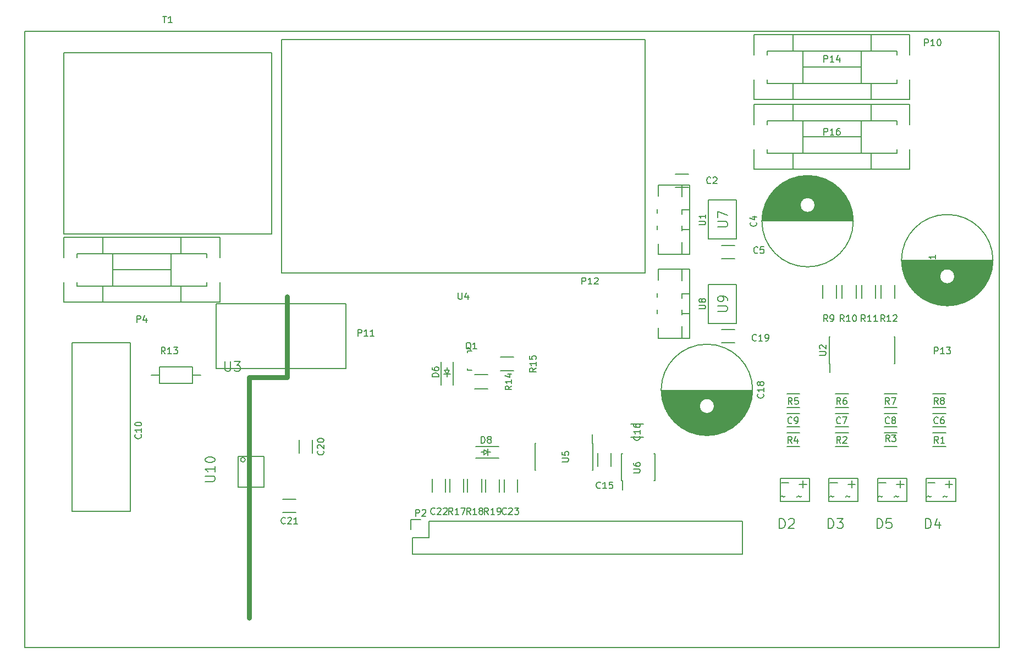
<source format=gbr>
G04 #@! TF.FileFunction,Legend,Top*
%FSLAX46Y46*%
G04 Gerber Fmt 4.6, Leading zero omitted, Abs format (unit mm)*
G04 Created by KiCad (PCBNEW 4.0.2-4+6225~38~ubuntu15.10.1-stable) date 2016. ápr.  9., szombat, 23.34.49 CEST*
%MOMM*%
G01*
G04 APERTURE LIST*
%ADD10C,0.100000*%
%ADD11C,0.150000*%
%ADD12C,0.762000*%
G04 APERTURE END LIST*
D10*
D11*
X180000000Y-30000000D02*
X180000000Y-30500000D01*
X30000000Y-30000000D02*
X180000000Y-30000000D01*
X30000000Y-125000000D02*
X30000000Y-30000000D01*
X180000000Y-125000000D02*
X30000000Y-125000000D01*
X180000000Y-30500000D02*
X180000000Y-125000000D01*
D12*
X70340000Y-83320000D02*
X70340000Y-70874000D01*
X68816000Y-83320000D02*
X70340000Y-83320000D01*
X64498000Y-83320000D02*
X68816000Y-83320000D01*
X64498000Y-120404000D02*
X64498000Y-83320000D01*
D11*
X46250000Y-78000000D02*
X46250000Y-104000000D01*
X46250000Y-104000000D02*
X37250000Y-104000000D01*
X37250000Y-104000000D02*
X37250000Y-78000000D01*
X37250000Y-78000000D02*
X46250000Y-78000000D01*
X50710000Y-81730000D02*
X55790000Y-81730000D01*
X55790000Y-81730000D02*
X55790000Y-84270000D01*
X55790000Y-84270000D02*
X50710000Y-84270000D01*
X50710000Y-84270000D02*
X50710000Y-81730000D01*
X50710000Y-83000000D02*
X49440000Y-83000000D01*
X55790000Y-83000000D02*
X57060000Y-83000000D01*
X140468000Y-110564000D02*
X89668000Y-110564000D01*
X92208000Y-105484000D02*
X140468000Y-105484000D01*
X140468000Y-110564000D02*
X140468000Y-105484000D01*
X89668000Y-110564000D02*
X89668000Y-108024000D01*
X90938000Y-105204000D02*
X89388000Y-105204000D01*
X89668000Y-108024000D02*
X92208000Y-108024000D01*
X92208000Y-108024000D02*
X92208000Y-105484000D01*
X89388000Y-105204000D02*
X89388000Y-106754000D01*
X164288000Y-88007000D02*
X162288000Y-88007000D01*
X162288000Y-85857000D02*
X164288000Y-85857000D01*
X171788000Y-88007000D02*
X169788000Y-88007000D01*
X169788000Y-85857000D02*
X171788000Y-85857000D01*
X149288000Y-88007000D02*
X147288000Y-88007000D01*
X147288000Y-85857000D02*
X149288000Y-85857000D01*
X156788000Y-88007000D02*
X154788000Y-88007000D01*
X154788000Y-85857000D02*
X156788000Y-85857000D01*
X132178000Y-51975000D02*
X130178000Y-51975000D01*
X130178000Y-54025000D02*
X132178000Y-54025000D01*
X139250000Y-62975000D02*
X137250000Y-62975000D01*
X137250000Y-65025000D02*
X139250000Y-65025000D01*
X169788000Y-90957000D02*
X171788000Y-90957000D01*
X171788000Y-88907000D02*
X169788000Y-88907000D01*
X154788000Y-90957000D02*
X156788000Y-90957000D01*
X156788000Y-88907000D02*
X154788000Y-88907000D01*
X162288000Y-90957000D02*
X164288000Y-90957000D01*
X164288000Y-88907000D02*
X162288000Y-88907000D01*
X147288000Y-90957000D02*
X149288000Y-90957000D01*
X149288000Y-88907000D02*
X147288000Y-88907000D01*
X120275000Y-97000000D02*
X120275000Y-95000000D01*
X118225000Y-95000000D02*
X118225000Y-97000000D01*
X123250000Y-92585000D02*
X125250000Y-92585000D01*
X125250000Y-90535000D02*
X123250000Y-90535000D01*
X139250000Y-75975000D02*
X137250000Y-75975000D01*
X137250000Y-78025000D02*
X139250000Y-78025000D01*
X74296000Y-95006000D02*
X74296000Y-93006000D01*
X72246000Y-93006000D02*
X72246000Y-95006000D01*
X69728000Y-104185000D02*
X71728000Y-104185000D01*
X71728000Y-102135000D02*
X69728000Y-102135000D01*
X92725000Y-99000000D02*
X92725000Y-101000000D01*
X94775000Y-101000000D02*
X94775000Y-99000000D01*
X105825000Y-101050000D02*
X105825000Y-99050000D01*
X103775000Y-99050000D02*
X103775000Y-101050000D01*
X150783000Y-98932000D02*
X146283000Y-98932000D01*
X150783000Y-102432000D02*
X150783000Y-98932000D01*
X146283000Y-102432000D02*
X150783000Y-102432000D01*
X146283000Y-98932000D02*
X146283000Y-102432000D01*
X158283000Y-98932000D02*
X153783000Y-98932000D01*
X158283000Y-102432000D02*
X158283000Y-98932000D01*
X153783000Y-102432000D02*
X158283000Y-102432000D01*
X153783000Y-98932000D02*
X153783000Y-102432000D01*
X173283000Y-98932000D02*
X168783000Y-98932000D01*
X173283000Y-102432000D02*
X173283000Y-98932000D01*
X168783000Y-102432000D02*
X173283000Y-102432000D01*
X168783000Y-98932000D02*
X168783000Y-102432000D01*
X165783000Y-98932000D02*
X161283000Y-98932000D01*
X165783000Y-102432000D02*
X165783000Y-98932000D01*
X161283000Y-102432000D02*
X165783000Y-102432000D01*
X161283000Y-98932000D02*
X161283000Y-102432000D01*
X98097980Y-79450840D02*
X98097980Y-79499100D01*
X98799020Y-82249820D02*
X98097980Y-82249820D01*
X98097980Y-82249820D02*
X98097980Y-82000900D01*
X98097980Y-79450840D02*
X98097980Y-79250180D01*
X98097980Y-79250180D02*
X98799020Y-79250180D01*
X171788000Y-94007000D02*
X169788000Y-94007000D01*
X169788000Y-91857000D02*
X171788000Y-91857000D01*
X156788000Y-94007000D02*
X154788000Y-94007000D01*
X154788000Y-91857000D02*
X156788000Y-91857000D01*
X164288000Y-94007000D02*
X162288000Y-94007000D01*
X162288000Y-91857000D02*
X164288000Y-91857000D01*
X149288000Y-94007000D02*
X147288000Y-94007000D01*
X147288000Y-91857000D02*
X149288000Y-91857000D01*
X152813000Y-71132000D02*
X152813000Y-69132000D01*
X154963000Y-69132000D02*
X154963000Y-71132000D01*
X155813000Y-71132000D02*
X155813000Y-69132000D01*
X157963000Y-69132000D02*
X157963000Y-71132000D01*
X158813000Y-71132000D02*
X158813000Y-69132000D01*
X160963000Y-69132000D02*
X160963000Y-71132000D01*
X161813000Y-71132000D02*
X161813000Y-69132000D01*
X163963000Y-69132000D02*
X163963000Y-71132000D01*
X99250000Y-82925000D02*
X101250000Y-82925000D01*
X101250000Y-85075000D02*
X99250000Y-85075000D01*
X103250000Y-80175000D02*
X105250000Y-80175000D01*
X105250000Y-82325000D02*
X103250000Y-82325000D01*
X97575000Y-99000000D02*
X97575000Y-101000000D01*
X95425000Y-101000000D02*
X95425000Y-99000000D01*
X98175000Y-101000000D02*
X98175000Y-99000000D01*
X100325000Y-99000000D02*
X100325000Y-101000000D01*
X103075000Y-99050000D02*
X103075000Y-101050000D01*
X100925000Y-101050000D02*
X100925000Y-99050000D01*
X131165000Y-64374000D02*
X131165000Y-62469000D01*
X131165000Y-59929000D02*
X131165000Y-60691000D01*
X131165000Y-57516000D02*
X131165000Y-57389000D01*
X131165000Y-57516000D02*
X131165000Y-58151000D01*
X131165000Y-53706000D02*
X131165000Y-55484000D01*
X127482000Y-53706000D02*
X127482000Y-55357000D01*
X127355000Y-58024000D02*
X127355000Y-57389000D01*
X127355000Y-60564000D02*
X127355000Y-59929000D01*
X127482000Y-64374000D02*
X127482000Y-62723000D01*
X132308000Y-57516000D02*
X131165000Y-57516000D01*
X132308000Y-60564000D02*
X131165000Y-60564000D01*
X131165000Y-64374000D02*
X127482000Y-64374000D01*
X127482000Y-53706000D02*
X131165000Y-53706000D01*
X132308000Y-64374000D02*
X131165000Y-64374000D01*
X131165000Y-53706000D02*
X132308000Y-53706000D01*
X132308000Y-59040000D02*
X132308000Y-53706000D01*
X132308000Y-59040000D02*
X132308000Y-64374000D01*
X153813000Y-81207000D02*
X153918000Y-81207000D01*
X153813000Y-77057000D02*
X153918000Y-77057000D01*
X163963000Y-77057000D02*
X163858000Y-77057000D01*
X163963000Y-81207000D02*
X163858000Y-81207000D01*
X153813000Y-81207000D02*
X153813000Y-77057000D01*
X163963000Y-81207000D02*
X163963000Y-77057000D01*
X153918000Y-81207000D02*
X153918000Y-82582000D01*
X59458000Y-71970000D02*
X59458000Y-72470000D01*
X79458000Y-71970000D02*
X59458000Y-71970000D01*
X79458000Y-81970000D02*
X79458000Y-71970000D01*
X59458000Y-81970000D02*
X79458000Y-81970000D01*
X59458000Y-72470000D02*
X59458000Y-81970000D01*
X117448000Y-93485000D02*
X117333000Y-93485000D01*
X117448000Y-97635000D02*
X117333000Y-97635000D01*
X108548000Y-97635000D02*
X108663000Y-97635000D01*
X108548000Y-93485000D02*
X108663000Y-93485000D01*
X117448000Y-93485000D02*
X117448000Y-97635000D01*
X108548000Y-93485000D02*
X108548000Y-97635000D01*
X117333000Y-93485000D02*
X117333000Y-92110000D01*
X121853000Y-99235000D02*
X121998000Y-99235000D01*
X121853000Y-95085000D02*
X121998000Y-95085000D01*
X127003000Y-95085000D02*
X126858000Y-95085000D01*
X127003000Y-99235000D02*
X126858000Y-99235000D01*
X121853000Y-99235000D02*
X121853000Y-95085000D01*
X127003000Y-99235000D02*
X127003000Y-95085000D01*
X121998000Y-99235000D02*
X121998000Y-100635000D01*
X135250000Y-62000000D02*
X135250000Y-56000000D01*
X139500000Y-62000000D02*
X135250000Y-62000000D01*
X139500000Y-56000000D02*
X139500000Y-62000000D01*
X135250000Y-56000000D02*
X139500000Y-56000000D01*
X131165000Y-77328000D02*
X131165000Y-75423000D01*
X131165000Y-72883000D02*
X131165000Y-73645000D01*
X131165000Y-70470000D02*
X131165000Y-70343000D01*
X131165000Y-70470000D02*
X131165000Y-71105000D01*
X131165000Y-66660000D02*
X131165000Y-68438000D01*
X127482000Y-66660000D02*
X127482000Y-68311000D01*
X127355000Y-70978000D02*
X127355000Y-70343000D01*
X127355000Y-73518000D02*
X127355000Y-72883000D01*
X127482000Y-77328000D02*
X127482000Y-75677000D01*
X132308000Y-70470000D02*
X131165000Y-70470000D01*
X132308000Y-73518000D02*
X131165000Y-73518000D01*
X131165000Y-77328000D02*
X127482000Y-77328000D01*
X127482000Y-66660000D02*
X131165000Y-66660000D01*
X132308000Y-77328000D02*
X131165000Y-77328000D01*
X131165000Y-66660000D02*
X132308000Y-66660000D01*
X132308000Y-71994000D02*
X132308000Y-66660000D01*
X132308000Y-71994000D02*
X132308000Y-77328000D01*
X135250000Y-75000000D02*
X135250000Y-69000000D01*
X139500000Y-75000000D02*
X135250000Y-75000000D01*
X139500000Y-69000000D02*
X139500000Y-75000000D01*
X135250000Y-69000000D02*
X139500000Y-69000000D01*
X63911553Y-96020000D02*
G75*
G03X63911553Y-96020000I-353553J0D01*
G01*
X62808000Y-100270000D02*
X66808000Y-100270000D01*
X62808000Y-95520000D02*
X62808000Y-100270000D01*
X66808000Y-95520000D02*
X62808000Y-95520000D01*
X66808000Y-100270000D02*
X66808000Y-95520000D01*
X95000000Y-82182500D02*
X95000000Y-81801500D01*
X95000000Y-83198500D02*
X95000000Y-82817500D01*
X95000000Y-82817500D02*
X94619000Y-82182500D01*
X94619000Y-82182500D02*
X95381000Y-82182500D01*
X95381000Y-82182500D02*
X95000000Y-82817500D01*
X94492000Y-82817500D02*
X95508000Y-82817500D01*
X95900000Y-84500000D02*
X95900000Y-80960000D01*
X94100000Y-84500000D02*
X94100000Y-80960000D01*
X100647500Y-94850000D02*
X100266500Y-94850000D01*
X101663500Y-94850000D02*
X101282500Y-94850000D01*
X101282500Y-94850000D02*
X100647500Y-95231000D01*
X100647500Y-95231000D02*
X100647500Y-94469000D01*
X100647500Y-94469000D02*
X101282500Y-94850000D01*
X101282500Y-95358000D02*
X101282500Y-94342000D01*
X102965000Y-93950000D02*
X99425000Y-93950000D01*
X102965000Y-95750000D02*
X99425000Y-95750000D01*
X36000000Y-61250000D02*
X68000000Y-61250000D01*
X36000000Y-33250000D02*
X36000000Y-61250000D01*
X68000000Y-33250000D02*
X36000000Y-33250000D01*
X68000000Y-61250000D02*
X68000000Y-33250000D01*
X125500000Y-31250000D02*
X69500000Y-31250000D01*
X125500000Y-67250000D02*
X125500000Y-31250000D01*
X69500000Y-67250000D02*
X125500000Y-67250000D01*
X69500000Y-31250000D02*
X69500000Y-67250000D01*
X53998740Y-69249360D02*
X53998740Y-71751260D01*
X53998740Y-61748740D02*
X53998740Y-64250640D01*
X41999780Y-61748740D02*
X41999780Y-64250640D01*
X41999780Y-71751260D02*
X41999780Y-69249360D01*
X52500140Y-66750000D02*
X43498380Y-66750000D01*
X52500140Y-69249360D02*
X52500140Y-64250640D01*
X43498380Y-69249360D02*
X43498380Y-64250640D01*
X37999280Y-68649920D02*
X37999280Y-69249360D01*
X57999240Y-64850080D02*
X57999240Y-64250640D01*
X57999240Y-64250640D02*
X37999280Y-64250640D01*
X37999280Y-64250640D02*
X37999280Y-64850080D01*
X37999280Y-69249360D02*
X57999240Y-69249360D01*
X57999240Y-69249360D02*
X57999240Y-68649920D01*
X36000300Y-68649920D02*
X36000300Y-71751260D01*
X59998220Y-64850080D02*
X59998220Y-61748740D01*
X59998220Y-61748740D02*
X36000300Y-61748740D01*
X36000300Y-61748740D02*
X36000300Y-64850080D01*
X36000300Y-71751260D02*
X59998220Y-71751260D01*
X59998220Y-71751260D02*
X59998220Y-68649920D01*
X148250520Y-43750640D02*
X148250520Y-41248740D01*
X148250520Y-51251260D02*
X148250520Y-48749360D01*
X160249480Y-51251260D02*
X160249480Y-48749360D01*
X160249480Y-41248740D02*
X160249480Y-43750640D01*
X149749120Y-46250000D02*
X158750880Y-46250000D01*
X149749120Y-43750640D02*
X149749120Y-48749360D01*
X158750880Y-43750640D02*
X158750880Y-48749360D01*
X164249980Y-44350080D02*
X164249980Y-43750640D01*
X144250020Y-48149920D02*
X144250020Y-48749360D01*
X144250020Y-48749360D02*
X164249980Y-48749360D01*
X164249980Y-48749360D02*
X164249980Y-48149920D01*
X164249980Y-43750640D02*
X144250020Y-43750640D01*
X144250020Y-43750640D02*
X144250020Y-44350080D01*
X166248960Y-44350080D02*
X166248960Y-41248740D01*
X142251040Y-48149920D02*
X142251040Y-51251260D01*
X142251040Y-51251260D02*
X166248960Y-51251260D01*
X166248960Y-51251260D02*
X166248960Y-48149920D01*
X166248960Y-41248740D02*
X142251040Y-41248740D01*
X142251040Y-41248740D02*
X142251040Y-44350080D01*
X148250520Y-33000640D02*
X148250520Y-30498740D01*
X148250520Y-40501260D02*
X148250520Y-37999360D01*
X160249480Y-40501260D02*
X160249480Y-37999360D01*
X160249480Y-30498740D02*
X160249480Y-33000640D01*
X149749120Y-35500000D02*
X158750880Y-35500000D01*
X149749120Y-33000640D02*
X149749120Y-37999360D01*
X158750880Y-33000640D02*
X158750880Y-37999360D01*
X164249980Y-33600080D02*
X164249980Y-33000640D01*
X144250020Y-37399920D02*
X144250020Y-37999360D01*
X144250020Y-37999360D02*
X164249980Y-37999360D01*
X164249980Y-37999360D02*
X164249980Y-37399920D01*
X164249980Y-33000640D02*
X144250020Y-33000640D01*
X144250020Y-33000640D02*
X144250020Y-33600080D01*
X166248960Y-33600080D02*
X166248960Y-30498740D01*
X142251040Y-37399920D02*
X142251040Y-40501260D01*
X142251040Y-40501260D02*
X166248960Y-40501260D01*
X166248960Y-40501260D02*
X166248960Y-37399920D01*
X166248960Y-30498740D02*
X142251040Y-30498740D01*
X142251040Y-30498740D02*
X142251040Y-33600080D01*
X179000000Y-65325000D02*
X165000000Y-65325000D01*
X178997000Y-65465000D02*
X165003000Y-65465000D01*
X178991000Y-65605000D02*
X165009000Y-65605000D01*
X178982000Y-65745000D02*
X165018000Y-65745000D01*
X178971000Y-65885000D02*
X165029000Y-65885000D01*
X178957000Y-66025000D02*
X165043000Y-66025000D01*
X178940000Y-66165000D02*
X165060000Y-66165000D01*
X178920000Y-66305000D02*
X165080000Y-66305000D01*
X178897000Y-66445000D02*
X165103000Y-66445000D01*
X178872000Y-66585000D02*
X165128000Y-66585000D01*
X178843000Y-66725000D02*
X172521000Y-66725000D01*
X171479000Y-66725000D02*
X165157000Y-66725000D01*
X178811000Y-66865000D02*
X172734000Y-66865000D01*
X171266000Y-66865000D02*
X165189000Y-66865000D01*
X178776000Y-67005000D02*
X172876000Y-67005000D01*
X171124000Y-67005000D02*
X165224000Y-67005000D01*
X178739000Y-67145000D02*
X172978000Y-67145000D01*
X171022000Y-67145000D02*
X165261000Y-67145000D01*
X178698000Y-67285000D02*
X173052000Y-67285000D01*
X170948000Y-67285000D02*
X165302000Y-67285000D01*
X178654000Y-67425000D02*
X173103000Y-67425000D01*
X170897000Y-67425000D02*
X165346000Y-67425000D01*
X178606000Y-67565000D02*
X173135000Y-67565000D01*
X170865000Y-67565000D02*
X165394000Y-67565000D01*
X178555000Y-67705000D02*
X173149000Y-67705000D01*
X170851000Y-67705000D02*
X165445000Y-67705000D01*
X178501000Y-67845000D02*
X173146000Y-67845000D01*
X170854000Y-67845000D02*
X165499000Y-67845000D01*
X178444000Y-67985000D02*
X173126000Y-67985000D01*
X170874000Y-67985000D02*
X165556000Y-67985000D01*
X178382000Y-68125000D02*
X173087000Y-68125000D01*
X170913000Y-68125000D02*
X165618000Y-68125000D01*
X178317000Y-68265000D02*
X173028000Y-68265000D01*
X170972000Y-68265000D02*
X165683000Y-68265000D01*
X178249000Y-68405000D02*
X172945000Y-68405000D01*
X171055000Y-68405000D02*
X165751000Y-68405000D01*
X178176000Y-68545000D02*
X172831000Y-68545000D01*
X171169000Y-68545000D02*
X165824000Y-68545000D01*
X178099000Y-68685000D02*
X172670000Y-68685000D01*
X171330000Y-68685000D02*
X165901000Y-68685000D01*
X178018000Y-68825000D02*
X172409000Y-68825000D01*
X171591000Y-68825000D02*
X165982000Y-68825000D01*
X177933000Y-68965000D02*
X166067000Y-68965000D01*
X177843000Y-69105000D02*
X166157000Y-69105000D01*
X177748000Y-69245000D02*
X166252000Y-69245000D01*
X177648000Y-69385000D02*
X166352000Y-69385000D01*
X177543000Y-69525000D02*
X166457000Y-69525000D01*
X177432000Y-69665000D02*
X166568000Y-69665000D01*
X177315000Y-69805000D02*
X166685000Y-69805000D01*
X177192000Y-69945000D02*
X166808000Y-69945000D01*
X177062000Y-70085000D02*
X166938000Y-70085000D01*
X176924000Y-70225000D02*
X167076000Y-70225000D01*
X176779000Y-70365000D02*
X167221000Y-70365000D01*
X176624000Y-70505000D02*
X167376000Y-70505000D01*
X176460000Y-70645000D02*
X167540000Y-70645000D01*
X176285000Y-70785000D02*
X167715000Y-70785000D01*
X176098000Y-70925000D02*
X167902000Y-70925000D01*
X175897000Y-71065000D02*
X168103000Y-71065000D01*
X175679000Y-71205000D02*
X168321000Y-71205000D01*
X175443000Y-71345000D02*
X168557000Y-71345000D01*
X175182000Y-71485000D02*
X168818000Y-71485000D01*
X174891000Y-71625000D02*
X169109000Y-71625000D01*
X174560000Y-71765000D02*
X169440000Y-71765000D01*
X174170000Y-71905000D02*
X169830000Y-71905000D01*
X173682000Y-72045000D02*
X170318000Y-72045000D01*
X172952000Y-72185000D02*
X171048000Y-72185000D01*
X173150000Y-67750000D02*
G75*
G03X173150000Y-67750000I-1150000J0D01*
G01*
X179037500Y-65250000D02*
G75*
G03X179037500Y-65250000I-7037500J0D01*
G01*
X143500000Y-59175000D02*
X157500000Y-59175000D01*
X143503000Y-59035000D02*
X157497000Y-59035000D01*
X143509000Y-58895000D02*
X157491000Y-58895000D01*
X143518000Y-58755000D02*
X157482000Y-58755000D01*
X143529000Y-58615000D02*
X157471000Y-58615000D01*
X143543000Y-58475000D02*
X157457000Y-58475000D01*
X143560000Y-58335000D02*
X157440000Y-58335000D01*
X143580000Y-58195000D02*
X157420000Y-58195000D01*
X143603000Y-58055000D02*
X157397000Y-58055000D01*
X143628000Y-57915000D02*
X157372000Y-57915000D01*
X143657000Y-57775000D02*
X149979000Y-57775000D01*
X151021000Y-57775000D02*
X157343000Y-57775000D01*
X143689000Y-57635000D02*
X149766000Y-57635000D01*
X151234000Y-57635000D02*
X157311000Y-57635000D01*
X143724000Y-57495000D02*
X149624000Y-57495000D01*
X151376000Y-57495000D02*
X157276000Y-57495000D01*
X143761000Y-57355000D02*
X149522000Y-57355000D01*
X151478000Y-57355000D02*
X157239000Y-57355000D01*
X143802000Y-57215000D02*
X149448000Y-57215000D01*
X151552000Y-57215000D02*
X157198000Y-57215000D01*
X143846000Y-57075000D02*
X149397000Y-57075000D01*
X151603000Y-57075000D02*
X157154000Y-57075000D01*
X143894000Y-56935000D02*
X149365000Y-56935000D01*
X151635000Y-56935000D02*
X157106000Y-56935000D01*
X143945000Y-56795000D02*
X149351000Y-56795000D01*
X151649000Y-56795000D02*
X157055000Y-56795000D01*
X143999000Y-56655000D02*
X149354000Y-56655000D01*
X151646000Y-56655000D02*
X157001000Y-56655000D01*
X144056000Y-56515000D02*
X149374000Y-56515000D01*
X151626000Y-56515000D02*
X156944000Y-56515000D01*
X144118000Y-56375000D02*
X149413000Y-56375000D01*
X151587000Y-56375000D02*
X156882000Y-56375000D01*
X144183000Y-56235000D02*
X149472000Y-56235000D01*
X151528000Y-56235000D02*
X156817000Y-56235000D01*
X144251000Y-56095000D02*
X149555000Y-56095000D01*
X151445000Y-56095000D02*
X156749000Y-56095000D01*
X144324000Y-55955000D02*
X149669000Y-55955000D01*
X151331000Y-55955000D02*
X156676000Y-55955000D01*
X144401000Y-55815000D02*
X149830000Y-55815000D01*
X151170000Y-55815000D02*
X156599000Y-55815000D01*
X144482000Y-55675000D02*
X150091000Y-55675000D01*
X150909000Y-55675000D02*
X156518000Y-55675000D01*
X144567000Y-55535000D02*
X156433000Y-55535000D01*
X144657000Y-55395000D02*
X156343000Y-55395000D01*
X144752000Y-55255000D02*
X156248000Y-55255000D01*
X144852000Y-55115000D02*
X156148000Y-55115000D01*
X144957000Y-54975000D02*
X156043000Y-54975000D01*
X145068000Y-54835000D02*
X155932000Y-54835000D01*
X145185000Y-54695000D02*
X155815000Y-54695000D01*
X145308000Y-54555000D02*
X155692000Y-54555000D01*
X145438000Y-54415000D02*
X155562000Y-54415000D01*
X145576000Y-54275000D02*
X155424000Y-54275000D01*
X145721000Y-54135000D02*
X155279000Y-54135000D01*
X145876000Y-53995000D02*
X155124000Y-53995000D01*
X146040000Y-53855000D02*
X154960000Y-53855000D01*
X146215000Y-53715000D02*
X154785000Y-53715000D01*
X146402000Y-53575000D02*
X154598000Y-53575000D01*
X146603000Y-53435000D02*
X154397000Y-53435000D01*
X146821000Y-53295000D02*
X154179000Y-53295000D01*
X147057000Y-53155000D02*
X153943000Y-53155000D01*
X147318000Y-53015000D02*
X153682000Y-53015000D01*
X147609000Y-52875000D02*
X153391000Y-52875000D01*
X147940000Y-52735000D02*
X153060000Y-52735000D01*
X148330000Y-52595000D02*
X152670000Y-52595000D01*
X148818000Y-52455000D02*
X152182000Y-52455000D01*
X149548000Y-52315000D02*
X151452000Y-52315000D01*
X151650000Y-56750000D02*
G75*
G03X151650000Y-56750000I-1150000J0D01*
G01*
X157537500Y-59250000D02*
G75*
G03X157537500Y-59250000I-7037500J0D01*
G01*
X142000000Y-85325000D02*
X128000000Y-85325000D01*
X141997000Y-85465000D02*
X128003000Y-85465000D01*
X141991000Y-85605000D02*
X128009000Y-85605000D01*
X141982000Y-85745000D02*
X128018000Y-85745000D01*
X141971000Y-85885000D02*
X128029000Y-85885000D01*
X141957000Y-86025000D02*
X128043000Y-86025000D01*
X141940000Y-86165000D02*
X128060000Y-86165000D01*
X141920000Y-86305000D02*
X128080000Y-86305000D01*
X141897000Y-86445000D02*
X128103000Y-86445000D01*
X141872000Y-86585000D02*
X128128000Y-86585000D01*
X141843000Y-86725000D02*
X135521000Y-86725000D01*
X134479000Y-86725000D02*
X128157000Y-86725000D01*
X141811000Y-86865000D02*
X135734000Y-86865000D01*
X134266000Y-86865000D02*
X128189000Y-86865000D01*
X141776000Y-87005000D02*
X135876000Y-87005000D01*
X134124000Y-87005000D02*
X128224000Y-87005000D01*
X141739000Y-87145000D02*
X135978000Y-87145000D01*
X134022000Y-87145000D02*
X128261000Y-87145000D01*
X141698000Y-87285000D02*
X136052000Y-87285000D01*
X133948000Y-87285000D02*
X128302000Y-87285000D01*
X141654000Y-87425000D02*
X136103000Y-87425000D01*
X133897000Y-87425000D02*
X128346000Y-87425000D01*
X141606000Y-87565000D02*
X136135000Y-87565000D01*
X133865000Y-87565000D02*
X128394000Y-87565000D01*
X141555000Y-87705000D02*
X136149000Y-87705000D01*
X133851000Y-87705000D02*
X128445000Y-87705000D01*
X141501000Y-87845000D02*
X136146000Y-87845000D01*
X133854000Y-87845000D02*
X128499000Y-87845000D01*
X141444000Y-87985000D02*
X136126000Y-87985000D01*
X133874000Y-87985000D02*
X128556000Y-87985000D01*
X141382000Y-88125000D02*
X136087000Y-88125000D01*
X133913000Y-88125000D02*
X128618000Y-88125000D01*
X141317000Y-88265000D02*
X136028000Y-88265000D01*
X133972000Y-88265000D02*
X128683000Y-88265000D01*
X141249000Y-88405000D02*
X135945000Y-88405000D01*
X134055000Y-88405000D02*
X128751000Y-88405000D01*
X141176000Y-88545000D02*
X135831000Y-88545000D01*
X134169000Y-88545000D02*
X128824000Y-88545000D01*
X141099000Y-88685000D02*
X135670000Y-88685000D01*
X134330000Y-88685000D02*
X128901000Y-88685000D01*
X141018000Y-88825000D02*
X135409000Y-88825000D01*
X134591000Y-88825000D02*
X128982000Y-88825000D01*
X140933000Y-88965000D02*
X129067000Y-88965000D01*
X140843000Y-89105000D02*
X129157000Y-89105000D01*
X140748000Y-89245000D02*
X129252000Y-89245000D01*
X140648000Y-89385000D02*
X129352000Y-89385000D01*
X140543000Y-89525000D02*
X129457000Y-89525000D01*
X140432000Y-89665000D02*
X129568000Y-89665000D01*
X140315000Y-89805000D02*
X129685000Y-89805000D01*
X140192000Y-89945000D02*
X129808000Y-89945000D01*
X140062000Y-90085000D02*
X129938000Y-90085000D01*
X139924000Y-90225000D02*
X130076000Y-90225000D01*
X139779000Y-90365000D02*
X130221000Y-90365000D01*
X139624000Y-90505000D02*
X130376000Y-90505000D01*
X139460000Y-90645000D02*
X130540000Y-90645000D01*
X139285000Y-90785000D02*
X130715000Y-90785000D01*
X139098000Y-90925000D02*
X130902000Y-90925000D01*
X138897000Y-91065000D02*
X131103000Y-91065000D01*
X138679000Y-91205000D02*
X131321000Y-91205000D01*
X138443000Y-91345000D02*
X131557000Y-91345000D01*
X138182000Y-91485000D02*
X131818000Y-91485000D01*
X137891000Y-91625000D02*
X132109000Y-91625000D01*
X137560000Y-91765000D02*
X132440000Y-91765000D01*
X137170000Y-91905000D02*
X132830000Y-91905000D01*
X136682000Y-92045000D02*
X133318000Y-92045000D01*
X135952000Y-92185000D02*
X134048000Y-92185000D01*
X136150000Y-87750000D02*
G75*
G03X136150000Y-87750000I-1150000J0D01*
G01*
X142037500Y-85250000D02*
G75*
G03X142037500Y-85250000I-7037500J0D01*
G01*
X47857143Y-92142857D02*
X47904762Y-92190476D01*
X47952381Y-92333333D01*
X47952381Y-92428571D01*
X47904762Y-92571429D01*
X47809524Y-92666667D01*
X47714286Y-92714286D01*
X47523810Y-92761905D01*
X47380952Y-92761905D01*
X47190476Y-92714286D01*
X47095238Y-92666667D01*
X47000000Y-92571429D01*
X46952381Y-92428571D01*
X46952381Y-92333333D01*
X47000000Y-92190476D01*
X47047619Y-92142857D01*
X47952381Y-91190476D02*
X47952381Y-91761905D01*
X47952381Y-91476191D02*
X46952381Y-91476191D01*
X47095238Y-91571429D01*
X47190476Y-91666667D01*
X47238095Y-91761905D01*
X46952381Y-90571429D02*
X46952381Y-90476190D01*
X47000000Y-90380952D01*
X47047619Y-90333333D01*
X47142857Y-90285714D01*
X47333333Y-90238095D01*
X47571429Y-90238095D01*
X47761905Y-90285714D01*
X47857143Y-90333333D01*
X47904762Y-90380952D01*
X47952381Y-90476190D01*
X47952381Y-90571429D01*
X47904762Y-90666667D01*
X47857143Y-90714286D01*
X47761905Y-90761905D01*
X47571429Y-90809524D01*
X47333333Y-90809524D01*
X47142857Y-90761905D01*
X47047619Y-90714286D01*
X47000000Y-90666667D01*
X46952381Y-90571429D01*
X51607143Y-79702381D02*
X51273809Y-79226190D01*
X51035714Y-79702381D02*
X51035714Y-78702381D01*
X51416667Y-78702381D01*
X51511905Y-78750000D01*
X51559524Y-78797619D01*
X51607143Y-78892857D01*
X51607143Y-79035714D01*
X51559524Y-79130952D01*
X51511905Y-79178571D01*
X51416667Y-79226190D01*
X51035714Y-79226190D01*
X52559524Y-79702381D02*
X51988095Y-79702381D01*
X52273809Y-79702381D02*
X52273809Y-78702381D01*
X52178571Y-78845238D01*
X52083333Y-78940476D01*
X51988095Y-78988095D01*
X52892857Y-78702381D02*
X53511905Y-78702381D01*
X53178571Y-79083333D01*
X53321429Y-79083333D01*
X53416667Y-79130952D01*
X53464286Y-79178571D01*
X53511905Y-79273810D01*
X53511905Y-79511905D01*
X53464286Y-79607143D01*
X53416667Y-79654762D01*
X53321429Y-79702381D01*
X53035714Y-79702381D01*
X52940476Y-79654762D01*
X52892857Y-79607143D01*
X90199905Y-104702381D02*
X90199905Y-103702381D01*
X90580858Y-103702381D01*
X90676096Y-103750000D01*
X90723715Y-103797619D01*
X90771334Y-103892857D01*
X90771334Y-104035714D01*
X90723715Y-104130952D01*
X90676096Y-104178571D01*
X90580858Y-104226190D01*
X90199905Y-104226190D01*
X91152286Y-103797619D02*
X91199905Y-103750000D01*
X91295143Y-103702381D01*
X91533239Y-103702381D01*
X91628477Y-103750000D01*
X91676096Y-103797619D01*
X91723715Y-103892857D01*
X91723715Y-103988095D01*
X91676096Y-104130952D01*
X91104667Y-104702381D01*
X91723715Y-104702381D01*
X163083334Y-87452381D02*
X162750000Y-86976190D01*
X162511905Y-87452381D02*
X162511905Y-86452381D01*
X162892858Y-86452381D01*
X162988096Y-86500000D01*
X163035715Y-86547619D01*
X163083334Y-86642857D01*
X163083334Y-86785714D01*
X163035715Y-86880952D01*
X162988096Y-86928571D01*
X162892858Y-86976190D01*
X162511905Y-86976190D01*
X163416667Y-86452381D02*
X164083334Y-86452381D01*
X163654762Y-87452381D01*
X170583334Y-87452381D02*
X170250000Y-86976190D01*
X170011905Y-87452381D02*
X170011905Y-86452381D01*
X170392858Y-86452381D01*
X170488096Y-86500000D01*
X170535715Y-86547619D01*
X170583334Y-86642857D01*
X170583334Y-86785714D01*
X170535715Y-86880952D01*
X170488096Y-86928571D01*
X170392858Y-86976190D01*
X170011905Y-86976190D01*
X171154762Y-86880952D02*
X171059524Y-86833333D01*
X171011905Y-86785714D01*
X170964286Y-86690476D01*
X170964286Y-86642857D01*
X171011905Y-86547619D01*
X171059524Y-86500000D01*
X171154762Y-86452381D01*
X171345239Y-86452381D01*
X171440477Y-86500000D01*
X171488096Y-86547619D01*
X171535715Y-86642857D01*
X171535715Y-86690476D01*
X171488096Y-86785714D01*
X171440477Y-86833333D01*
X171345239Y-86880952D01*
X171154762Y-86880952D01*
X171059524Y-86928571D01*
X171011905Y-86976190D01*
X170964286Y-87071429D01*
X170964286Y-87261905D01*
X171011905Y-87357143D01*
X171059524Y-87404762D01*
X171154762Y-87452381D01*
X171345239Y-87452381D01*
X171440477Y-87404762D01*
X171488096Y-87357143D01*
X171535715Y-87261905D01*
X171535715Y-87071429D01*
X171488096Y-86976190D01*
X171440477Y-86928571D01*
X171345239Y-86880952D01*
X148121334Y-87452381D02*
X147788000Y-86976190D01*
X147549905Y-87452381D02*
X147549905Y-86452381D01*
X147930858Y-86452381D01*
X148026096Y-86500000D01*
X148073715Y-86547619D01*
X148121334Y-86642857D01*
X148121334Y-86785714D01*
X148073715Y-86880952D01*
X148026096Y-86928571D01*
X147930858Y-86976190D01*
X147549905Y-86976190D01*
X149026096Y-86452381D02*
X148549905Y-86452381D01*
X148502286Y-86928571D01*
X148549905Y-86880952D01*
X148645143Y-86833333D01*
X148883239Y-86833333D01*
X148978477Y-86880952D01*
X149026096Y-86928571D01*
X149073715Y-87023810D01*
X149073715Y-87261905D01*
X149026096Y-87357143D01*
X148978477Y-87404762D01*
X148883239Y-87452381D01*
X148645143Y-87452381D01*
X148549905Y-87404762D01*
X148502286Y-87357143D01*
X155583334Y-87452381D02*
X155250000Y-86976190D01*
X155011905Y-87452381D02*
X155011905Y-86452381D01*
X155392858Y-86452381D01*
X155488096Y-86500000D01*
X155535715Y-86547619D01*
X155583334Y-86642857D01*
X155583334Y-86785714D01*
X155535715Y-86880952D01*
X155488096Y-86928571D01*
X155392858Y-86976190D01*
X155011905Y-86976190D01*
X156440477Y-86452381D02*
X156250000Y-86452381D01*
X156154762Y-86500000D01*
X156107143Y-86547619D01*
X156011905Y-86690476D01*
X155964286Y-86880952D01*
X155964286Y-87261905D01*
X156011905Y-87357143D01*
X156059524Y-87404762D01*
X156154762Y-87452381D01*
X156345239Y-87452381D01*
X156440477Y-87404762D01*
X156488096Y-87357143D01*
X156535715Y-87261905D01*
X156535715Y-87023810D01*
X156488096Y-86928571D01*
X156440477Y-86880952D01*
X156345239Y-86833333D01*
X156154762Y-86833333D01*
X156059524Y-86880952D01*
X156011905Y-86928571D01*
X155964286Y-87023810D01*
X135583334Y-53357143D02*
X135535715Y-53404762D01*
X135392858Y-53452381D01*
X135297620Y-53452381D01*
X135154762Y-53404762D01*
X135059524Y-53309524D01*
X135011905Y-53214286D01*
X134964286Y-53023810D01*
X134964286Y-52880952D01*
X135011905Y-52690476D01*
X135059524Y-52595238D01*
X135154762Y-52500000D01*
X135297620Y-52452381D01*
X135392858Y-52452381D01*
X135535715Y-52500000D01*
X135583334Y-52547619D01*
X135964286Y-52547619D02*
X136011905Y-52500000D01*
X136107143Y-52452381D01*
X136345239Y-52452381D01*
X136440477Y-52500000D01*
X136488096Y-52547619D01*
X136535715Y-52642857D01*
X136535715Y-52738095D01*
X136488096Y-52880952D01*
X135916667Y-53452381D01*
X136535715Y-53452381D01*
X142833334Y-64107143D02*
X142785715Y-64154762D01*
X142642858Y-64202381D01*
X142547620Y-64202381D01*
X142404762Y-64154762D01*
X142309524Y-64059524D01*
X142261905Y-63964286D01*
X142214286Y-63773810D01*
X142214286Y-63630952D01*
X142261905Y-63440476D01*
X142309524Y-63345238D01*
X142404762Y-63250000D01*
X142547620Y-63202381D01*
X142642858Y-63202381D01*
X142785715Y-63250000D01*
X142833334Y-63297619D01*
X143738096Y-63202381D02*
X143261905Y-63202381D01*
X143214286Y-63678571D01*
X143261905Y-63630952D01*
X143357143Y-63583333D01*
X143595239Y-63583333D01*
X143690477Y-63630952D01*
X143738096Y-63678571D01*
X143785715Y-63773810D01*
X143785715Y-64011905D01*
X143738096Y-64107143D01*
X143690477Y-64154762D01*
X143595239Y-64202381D01*
X143357143Y-64202381D01*
X143261905Y-64154762D01*
X143214286Y-64107143D01*
X170583334Y-90357143D02*
X170535715Y-90404762D01*
X170392858Y-90452381D01*
X170297620Y-90452381D01*
X170154762Y-90404762D01*
X170059524Y-90309524D01*
X170011905Y-90214286D01*
X169964286Y-90023810D01*
X169964286Y-89880952D01*
X170011905Y-89690476D01*
X170059524Y-89595238D01*
X170154762Y-89500000D01*
X170297620Y-89452381D01*
X170392858Y-89452381D01*
X170535715Y-89500000D01*
X170583334Y-89547619D01*
X171440477Y-89452381D02*
X171250000Y-89452381D01*
X171154762Y-89500000D01*
X171107143Y-89547619D01*
X171011905Y-89690476D01*
X170964286Y-89880952D01*
X170964286Y-90261905D01*
X171011905Y-90357143D01*
X171059524Y-90404762D01*
X171154762Y-90452381D01*
X171345239Y-90452381D01*
X171440477Y-90404762D01*
X171488096Y-90357143D01*
X171535715Y-90261905D01*
X171535715Y-90023810D01*
X171488096Y-89928571D01*
X171440477Y-89880952D01*
X171345239Y-89833333D01*
X171154762Y-89833333D01*
X171059524Y-89880952D01*
X171011905Y-89928571D01*
X170964286Y-90023810D01*
X155583334Y-90357143D02*
X155535715Y-90404762D01*
X155392858Y-90452381D01*
X155297620Y-90452381D01*
X155154762Y-90404762D01*
X155059524Y-90309524D01*
X155011905Y-90214286D01*
X154964286Y-90023810D01*
X154964286Y-89880952D01*
X155011905Y-89690476D01*
X155059524Y-89595238D01*
X155154762Y-89500000D01*
X155297620Y-89452381D01*
X155392858Y-89452381D01*
X155535715Y-89500000D01*
X155583334Y-89547619D01*
X155916667Y-89452381D02*
X156583334Y-89452381D01*
X156154762Y-90452381D01*
X163083334Y-90357143D02*
X163035715Y-90404762D01*
X162892858Y-90452381D01*
X162797620Y-90452381D01*
X162654762Y-90404762D01*
X162559524Y-90309524D01*
X162511905Y-90214286D01*
X162464286Y-90023810D01*
X162464286Y-89880952D01*
X162511905Y-89690476D01*
X162559524Y-89595238D01*
X162654762Y-89500000D01*
X162797620Y-89452381D01*
X162892858Y-89452381D01*
X163035715Y-89500000D01*
X163083334Y-89547619D01*
X163654762Y-89880952D02*
X163559524Y-89833333D01*
X163511905Y-89785714D01*
X163464286Y-89690476D01*
X163464286Y-89642857D01*
X163511905Y-89547619D01*
X163559524Y-89500000D01*
X163654762Y-89452381D01*
X163845239Y-89452381D01*
X163940477Y-89500000D01*
X163988096Y-89547619D01*
X164035715Y-89642857D01*
X164035715Y-89690476D01*
X163988096Y-89785714D01*
X163940477Y-89833333D01*
X163845239Y-89880952D01*
X163654762Y-89880952D01*
X163559524Y-89928571D01*
X163511905Y-89976190D01*
X163464286Y-90071429D01*
X163464286Y-90261905D01*
X163511905Y-90357143D01*
X163559524Y-90404762D01*
X163654762Y-90452381D01*
X163845239Y-90452381D01*
X163940477Y-90404762D01*
X163988096Y-90357143D01*
X164035715Y-90261905D01*
X164035715Y-90071429D01*
X163988096Y-89976190D01*
X163940477Y-89928571D01*
X163845239Y-89880952D01*
X148083334Y-90357143D02*
X148035715Y-90404762D01*
X147892858Y-90452381D01*
X147797620Y-90452381D01*
X147654762Y-90404762D01*
X147559524Y-90309524D01*
X147511905Y-90214286D01*
X147464286Y-90023810D01*
X147464286Y-89880952D01*
X147511905Y-89690476D01*
X147559524Y-89595238D01*
X147654762Y-89500000D01*
X147797620Y-89452381D01*
X147892858Y-89452381D01*
X148035715Y-89500000D01*
X148083334Y-89547619D01*
X148559524Y-90452381D02*
X148750000Y-90452381D01*
X148845239Y-90404762D01*
X148892858Y-90357143D01*
X148988096Y-90214286D01*
X149035715Y-90023810D01*
X149035715Y-89642857D01*
X148988096Y-89547619D01*
X148940477Y-89500000D01*
X148845239Y-89452381D01*
X148654762Y-89452381D01*
X148559524Y-89500000D01*
X148511905Y-89547619D01*
X148464286Y-89642857D01*
X148464286Y-89880952D01*
X148511905Y-89976190D01*
X148559524Y-90023810D01*
X148654762Y-90071429D01*
X148845239Y-90071429D01*
X148940477Y-90023810D01*
X148988096Y-89976190D01*
X149035715Y-89880952D01*
X118607143Y-100357143D02*
X118559524Y-100404762D01*
X118416667Y-100452381D01*
X118321429Y-100452381D01*
X118178571Y-100404762D01*
X118083333Y-100309524D01*
X118035714Y-100214286D01*
X117988095Y-100023810D01*
X117988095Y-99880952D01*
X118035714Y-99690476D01*
X118083333Y-99595238D01*
X118178571Y-99500000D01*
X118321429Y-99452381D01*
X118416667Y-99452381D01*
X118559524Y-99500000D01*
X118607143Y-99547619D01*
X119559524Y-100452381D02*
X118988095Y-100452381D01*
X119273809Y-100452381D02*
X119273809Y-99452381D01*
X119178571Y-99595238D01*
X119083333Y-99690476D01*
X118988095Y-99738095D01*
X120464286Y-99452381D02*
X119988095Y-99452381D01*
X119940476Y-99928571D01*
X119988095Y-99880952D01*
X120083333Y-99833333D01*
X120321429Y-99833333D01*
X120416667Y-99880952D01*
X120464286Y-99928571D01*
X120511905Y-100023810D01*
X120511905Y-100261905D01*
X120464286Y-100357143D01*
X120416667Y-100404762D01*
X120321429Y-100452381D01*
X120083333Y-100452381D01*
X119988095Y-100404762D01*
X119940476Y-100357143D01*
X124607143Y-92392857D02*
X124654762Y-92440476D01*
X124702381Y-92583333D01*
X124702381Y-92678571D01*
X124654762Y-92821429D01*
X124559524Y-92916667D01*
X124464286Y-92964286D01*
X124273810Y-93011905D01*
X124130952Y-93011905D01*
X123940476Y-92964286D01*
X123845238Y-92916667D01*
X123750000Y-92821429D01*
X123702381Y-92678571D01*
X123702381Y-92583333D01*
X123750000Y-92440476D01*
X123797619Y-92392857D01*
X124702381Y-91440476D02*
X124702381Y-92011905D01*
X124702381Y-91726191D02*
X123702381Y-91726191D01*
X123845238Y-91821429D01*
X123940476Y-91916667D01*
X123988095Y-92011905D01*
X123702381Y-90583333D02*
X123702381Y-90773810D01*
X123750000Y-90869048D01*
X123797619Y-90916667D01*
X123940476Y-91011905D01*
X124130952Y-91059524D01*
X124511905Y-91059524D01*
X124607143Y-91011905D01*
X124654762Y-90964286D01*
X124702381Y-90869048D01*
X124702381Y-90678571D01*
X124654762Y-90583333D01*
X124607143Y-90535714D01*
X124511905Y-90488095D01*
X124273810Y-90488095D01*
X124178571Y-90535714D01*
X124130952Y-90583333D01*
X124083333Y-90678571D01*
X124083333Y-90869048D01*
X124130952Y-90964286D01*
X124178571Y-91011905D01*
X124273810Y-91059524D01*
X142607143Y-77607143D02*
X142559524Y-77654762D01*
X142416667Y-77702381D01*
X142321429Y-77702381D01*
X142178571Y-77654762D01*
X142083333Y-77559524D01*
X142035714Y-77464286D01*
X141988095Y-77273810D01*
X141988095Y-77130952D01*
X142035714Y-76940476D01*
X142083333Y-76845238D01*
X142178571Y-76750000D01*
X142321429Y-76702381D01*
X142416667Y-76702381D01*
X142559524Y-76750000D01*
X142607143Y-76797619D01*
X143559524Y-77702381D02*
X142988095Y-77702381D01*
X143273809Y-77702381D02*
X143273809Y-76702381D01*
X143178571Y-76845238D01*
X143083333Y-76940476D01*
X142988095Y-76988095D01*
X144035714Y-77702381D02*
X144226190Y-77702381D01*
X144321429Y-77654762D01*
X144369048Y-77607143D01*
X144464286Y-77464286D01*
X144511905Y-77273810D01*
X144511905Y-76892857D01*
X144464286Y-76797619D01*
X144416667Y-76750000D01*
X144321429Y-76702381D01*
X144130952Y-76702381D01*
X144035714Y-76750000D01*
X143988095Y-76797619D01*
X143940476Y-76892857D01*
X143940476Y-77130952D01*
X143988095Y-77226190D01*
X144035714Y-77273810D01*
X144130952Y-77321429D01*
X144321429Y-77321429D01*
X144416667Y-77273810D01*
X144464286Y-77226190D01*
X144511905Y-77130952D01*
X75928143Y-94648857D02*
X75975762Y-94696476D01*
X76023381Y-94839333D01*
X76023381Y-94934571D01*
X75975762Y-95077429D01*
X75880524Y-95172667D01*
X75785286Y-95220286D01*
X75594810Y-95267905D01*
X75451952Y-95267905D01*
X75261476Y-95220286D01*
X75166238Y-95172667D01*
X75071000Y-95077429D01*
X75023381Y-94934571D01*
X75023381Y-94839333D01*
X75071000Y-94696476D01*
X75118619Y-94648857D01*
X75118619Y-94267905D02*
X75071000Y-94220286D01*
X75023381Y-94125048D01*
X75023381Y-93886952D01*
X75071000Y-93791714D01*
X75118619Y-93744095D01*
X75213857Y-93696476D01*
X75309095Y-93696476D01*
X75451952Y-93744095D01*
X76023381Y-94315524D01*
X76023381Y-93696476D01*
X75023381Y-93077429D02*
X75023381Y-92982190D01*
X75071000Y-92886952D01*
X75118619Y-92839333D01*
X75213857Y-92791714D01*
X75404333Y-92744095D01*
X75642429Y-92744095D01*
X75832905Y-92791714D01*
X75928143Y-92839333D01*
X75975762Y-92886952D01*
X76023381Y-92982190D01*
X76023381Y-93077429D01*
X75975762Y-93172667D01*
X75928143Y-93220286D01*
X75832905Y-93267905D01*
X75642429Y-93315524D01*
X75404333Y-93315524D01*
X75213857Y-93267905D01*
X75118619Y-93220286D01*
X75071000Y-93172667D01*
X75023381Y-93077429D01*
X70085143Y-105817143D02*
X70037524Y-105864762D01*
X69894667Y-105912381D01*
X69799429Y-105912381D01*
X69656571Y-105864762D01*
X69561333Y-105769524D01*
X69513714Y-105674286D01*
X69466095Y-105483810D01*
X69466095Y-105340952D01*
X69513714Y-105150476D01*
X69561333Y-105055238D01*
X69656571Y-104960000D01*
X69799429Y-104912381D01*
X69894667Y-104912381D01*
X70037524Y-104960000D01*
X70085143Y-105007619D01*
X70466095Y-105007619D02*
X70513714Y-104960000D01*
X70608952Y-104912381D01*
X70847048Y-104912381D01*
X70942286Y-104960000D01*
X70989905Y-105007619D01*
X71037524Y-105102857D01*
X71037524Y-105198095D01*
X70989905Y-105340952D01*
X70418476Y-105912381D01*
X71037524Y-105912381D01*
X71989905Y-105912381D02*
X71418476Y-105912381D01*
X71704190Y-105912381D02*
X71704190Y-104912381D01*
X71608952Y-105055238D01*
X71513714Y-105150476D01*
X71418476Y-105198095D01*
X93107143Y-104357143D02*
X93059524Y-104404762D01*
X92916667Y-104452381D01*
X92821429Y-104452381D01*
X92678571Y-104404762D01*
X92583333Y-104309524D01*
X92535714Y-104214286D01*
X92488095Y-104023810D01*
X92488095Y-103880952D01*
X92535714Y-103690476D01*
X92583333Y-103595238D01*
X92678571Y-103500000D01*
X92821429Y-103452381D01*
X92916667Y-103452381D01*
X93059524Y-103500000D01*
X93107143Y-103547619D01*
X93488095Y-103547619D02*
X93535714Y-103500000D01*
X93630952Y-103452381D01*
X93869048Y-103452381D01*
X93964286Y-103500000D01*
X94011905Y-103547619D01*
X94059524Y-103642857D01*
X94059524Y-103738095D01*
X94011905Y-103880952D01*
X93440476Y-104452381D01*
X94059524Y-104452381D01*
X94440476Y-103547619D02*
X94488095Y-103500000D01*
X94583333Y-103452381D01*
X94821429Y-103452381D01*
X94916667Y-103500000D01*
X94964286Y-103547619D01*
X95011905Y-103642857D01*
X95011905Y-103738095D01*
X94964286Y-103880952D01*
X94392857Y-104452381D01*
X95011905Y-104452381D01*
X104107143Y-104357143D02*
X104059524Y-104404762D01*
X103916667Y-104452381D01*
X103821429Y-104452381D01*
X103678571Y-104404762D01*
X103583333Y-104309524D01*
X103535714Y-104214286D01*
X103488095Y-104023810D01*
X103488095Y-103880952D01*
X103535714Y-103690476D01*
X103583333Y-103595238D01*
X103678571Y-103500000D01*
X103821429Y-103452381D01*
X103916667Y-103452381D01*
X104059524Y-103500000D01*
X104107143Y-103547619D01*
X104488095Y-103547619D02*
X104535714Y-103500000D01*
X104630952Y-103452381D01*
X104869048Y-103452381D01*
X104964286Y-103500000D01*
X105011905Y-103547619D01*
X105059524Y-103642857D01*
X105059524Y-103738095D01*
X105011905Y-103880952D01*
X104440476Y-104452381D01*
X105059524Y-104452381D01*
X105392857Y-103452381D02*
X106011905Y-103452381D01*
X105678571Y-103833333D01*
X105821429Y-103833333D01*
X105916667Y-103880952D01*
X105964286Y-103928571D01*
X106011905Y-104023810D01*
X106011905Y-104261905D01*
X105964286Y-104357143D01*
X105916667Y-104404762D01*
X105821429Y-104452381D01*
X105535714Y-104452381D01*
X105440476Y-104404762D01*
X105392857Y-104357143D01*
X146175858Y-106610571D02*
X146175858Y-105110571D01*
X146533001Y-105110571D01*
X146747286Y-105182000D01*
X146890144Y-105324857D01*
X146961572Y-105467714D01*
X147033001Y-105753429D01*
X147033001Y-105967714D01*
X146961572Y-106253429D01*
X146890144Y-106396286D01*
X146747286Y-106539143D01*
X146533001Y-106610571D01*
X146175858Y-106610571D01*
X147604429Y-105253429D02*
X147675858Y-105182000D01*
X147818715Y-105110571D01*
X148175858Y-105110571D01*
X148318715Y-105182000D01*
X148390144Y-105253429D01*
X148461572Y-105396286D01*
X148461572Y-105539143D01*
X148390144Y-105753429D01*
X147533001Y-106610571D01*
X148461572Y-106610571D01*
X146354428Y-101789143D02*
X146425857Y-101717714D01*
X146568714Y-101646286D01*
X146854428Y-101789143D01*
X146997285Y-101717714D01*
X147068714Y-101646286D01*
X149211572Y-99789143D02*
X150354429Y-99789143D01*
X149783000Y-100360571D02*
X149783000Y-99217714D01*
X146461572Y-99539143D02*
X147604429Y-99539143D01*
X148854428Y-101789143D02*
X148925857Y-101717714D01*
X149068714Y-101646286D01*
X149354428Y-101789143D01*
X149497285Y-101717714D01*
X149568714Y-101646286D01*
X153675858Y-106610571D02*
X153675858Y-105110571D01*
X154033001Y-105110571D01*
X154247286Y-105182000D01*
X154390144Y-105324857D01*
X154461572Y-105467714D01*
X154533001Y-105753429D01*
X154533001Y-105967714D01*
X154461572Y-106253429D01*
X154390144Y-106396286D01*
X154247286Y-106539143D01*
X154033001Y-106610571D01*
X153675858Y-106610571D01*
X155033001Y-105110571D02*
X155961572Y-105110571D01*
X155461572Y-105682000D01*
X155675858Y-105682000D01*
X155818715Y-105753429D01*
X155890144Y-105824857D01*
X155961572Y-105967714D01*
X155961572Y-106324857D01*
X155890144Y-106467714D01*
X155818715Y-106539143D01*
X155675858Y-106610571D01*
X155247286Y-106610571D01*
X155104429Y-106539143D01*
X155033001Y-106467714D01*
X153854428Y-101789143D02*
X153925857Y-101717714D01*
X154068714Y-101646286D01*
X154354428Y-101789143D01*
X154497285Y-101717714D01*
X154568714Y-101646286D01*
X156711572Y-99789143D02*
X157854429Y-99789143D01*
X157283000Y-100360571D02*
X157283000Y-99217714D01*
X153961572Y-99539143D02*
X155104429Y-99539143D01*
X156354428Y-101789143D02*
X156425857Y-101717714D01*
X156568714Y-101646286D01*
X156854428Y-101789143D01*
X156997285Y-101717714D01*
X157068714Y-101646286D01*
X168675858Y-106610571D02*
X168675858Y-105110571D01*
X169033001Y-105110571D01*
X169247286Y-105182000D01*
X169390144Y-105324857D01*
X169461572Y-105467714D01*
X169533001Y-105753429D01*
X169533001Y-105967714D01*
X169461572Y-106253429D01*
X169390144Y-106396286D01*
X169247286Y-106539143D01*
X169033001Y-106610571D01*
X168675858Y-106610571D01*
X170818715Y-105610571D02*
X170818715Y-106610571D01*
X170461572Y-105039143D02*
X170104429Y-106110571D01*
X171033001Y-106110571D01*
X168854428Y-101789143D02*
X168925857Y-101717714D01*
X169068714Y-101646286D01*
X169354428Y-101789143D01*
X169497285Y-101717714D01*
X169568714Y-101646286D01*
X171711572Y-99789143D02*
X172854429Y-99789143D01*
X172283000Y-100360571D02*
X172283000Y-99217714D01*
X168961572Y-99539143D02*
X170104429Y-99539143D01*
X171354428Y-101789143D02*
X171425857Y-101717714D01*
X171568714Y-101646286D01*
X171854428Y-101789143D01*
X171997285Y-101717714D01*
X172068714Y-101646286D01*
X161175858Y-106610571D02*
X161175858Y-105110571D01*
X161533001Y-105110571D01*
X161747286Y-105182000D01*
X161890144Y-105324857D01*
X161961572Y-105467714D01*
X162033001Y-105753429D01*
X162033001Y-105967714D01*
X161961572Y-106253429D01*
X161890144Y-106396286D01*
X161747286Y-106539143D01*
X161533001Y-106610571D01*
X161175858Y-106610571D01*
X163390144Y-105110571D02*
X162675858Y-105110571D01*
X162604429Y-105824857D01*
X162675858Y-105753429D01*
X162818715Y-105682000D01*
X163175858Y-105682000D01*
X163318715Y-105753429D01*
X163390144Y-105824857D01*
X163461572Y-105967714D01*
X163461572Y-106324857D01*
X163390144Y-106467714D01*
X163318715Y-106539143D01*
X163175858Y-106610571D01*
X162818715Y-106610571D01*
X162675858Y-106539143D01*
X162604429Y-106467714D01*
X161354428Y-101789143D02*
X161425857Y-101717714D01*
X161568714Y-101646286D01*
X161854428Y-101789143D01*
X161997285Y-101717714D01*
X162068714Y-101646286D01*
X164211572Y-99789143D02*
X165354429Y-99789143D01*
X164783000Y-100360571D02*
X164783000Y-99217714D01*
X161461572Y-99539143D02*
X162604429Y-99539143D01*
X163854428Y-101789143D02*
X163925857Y-101717714D01*
X164068714Y-101646286D01*
X164354428Y-101789143D01*
X164497285Y-101717714D01*
X164568714Y-101646286D01*
X98654762Y-79047619D02*
X98559524Y-79000000D01*
X98464286Y-78904762D01*
X98321429Y-78761905D01*
X98226190Y-78714286D01*
X98130952Y-78714286D01*
X98178571Y-78952381D02*
X98083333Y-78904762D01*
X97988095Y-78809524D01*
X97940476Y-78619048D01*
X97940476Y-78285714D01*
X97988095Y-78095238D01*
X98083333Y-78000000D01*
X98178571Y-77952381D01*
X98369048Y-77952381D01*
X98464286Y-78000000D01*
X98559524Y-78095238D01*
X98607143Y-78285714D01*
X98607143Y-78619048D01*
X98559524Y-78809524D01*
X98464286Y-78904762D01*
X98369048Y-78952381D01*
X98178571Y-78952381D01*
X99559524Y-78952381D02*
X98988095Y-78952381D01*
X99273809Y-78952381D02*
X99273809Y-77952381D01*
X99178571Y-78095238D01*
X99083333Y-78190476D01*
X98988095Y-78238095D01*
X170621334Y-93452381D02*
X170288000Y-92976190D01*
X170049905Y-93452381D02*
X170049905Y-92452381D01*
X170430858Y-92452381D01*
X170526096Y-92500000D01*
X170573715Y-92547619D01*
X170621334Y-92642857D01*
X170621334Y-92785714D01*
X170573715Y-92880952D01*
X170526096Y-92928571D01*
X170430858Y-92976190D01*
X170049905Y-92976190D01*
X171573715Y-93452381D02*
X171002286Y-93452381D01*
X171288000Y-93452381D02*
X171288000Y-92452381D01*
X171192762Y-92595238D01*
X171097524Y-92690476D01*
X171002286Y-92738095D01*
X155583334Y-93452381D02*
X155250000Y-92976190D01*
X155011905Y-93452381D02*
X155011905Y-92452381D01*
X155392858Y-92452381D01*
X155488096Y-92500000D01*
X155535715Y-92547619D01*
X155583334Y-92642857D01*
X155583334Y-92785714D01*
X155535715Y-92880952D01*
X155488096Y-92928571D01*
X155392858Y-92976190D01*
X155011905Y-92976190D01*
X155964286Y-92547619D02*
X156011905Y-92500000D01*
X156107143Y-92452381D01*
X156345239Y-92452381D01*
X156440477Y-92500000D01*
X156488096Y-92547619D01*
X156535715Y-92642857D01*
X156535715Y-92738095D01*
X156488096Y-92880952D01*
X155916667Y-93452381D01*
X156535715Y-93452381D01*
X163121334Y-93202381D02*
X162788000Y-92726190D01*
X162549905Y-93202381D02*
X162549905Y-92202381D01*
X162930858Y-92202381D01*
X163026096Y-92250000D01*
X163073715Y-92297619D01*
X163121334Y-92392857D01*
X163121334Y-92535714D01*
X163073715Y-92630952D01*
X163026096Y-92678571D01*
X162930858Y-92726190D01*
X162549905Y-92726190D01*
X163454667Y-92202381D02*
X164073715Y-92202381D01*
X163740381Y-92583333D01*
X163883239Y-92583333D01*
X163978477Y-92630952D01*
X164026096Y-92678571D01*
X164073715Y-92773810D01*
X164073715Y-93011905D01*
X164026096Y-93107143D01*
X163978477Y-93154762D01*
X163883239Y-93202381D01*
X163597524Y-93202381D01*
X163502286Y-93154762D01*
X163454667Y-93107143D01*
X148083334Y-93452381D02*
X147750000Y-92976190D01*
X147511905Y-93452381D02*
X147511905Y-92452381D01*
X147892858Y-92452381D01*
X147988096Y-92500000D01*
X148035715Y-92547619D01*
X148083334Y-92642857D01*
X148083334Y-92785714D01*
X148035715Y-92880952D01*
X147988096Y-92928571D01*
X147892858Y-92976190D01*
X147511905Y-92976190D01*
X148940477Y-92785714D02*
X148940477Y-93452381D01*
X148702381Y-92404762D02*
X148464286Y-93119048D01*
X149083334Y-93119048D01*
X153583334Y-74702381D02*
X153250000Y-74226190D01*
X153011905Y-74702381D02*
X153011905Y-73702381D01*
X153392858Y-73702381D01*
X153488096Y-73750000D01*
X153535715Y-73797619D01*
X153583334Y-73892857D01*
X153583334Y-74035714D01*
X153535715Y-74130952D01*
X153488096Y-74178571D01*
X153392858Y-74226190D01*
X153011905Y-74226190D01*
X154059524Y-74702381D02*
X154250000Y-74702381D01*
X154345239Y-74654762D01*
X154392858Y-74607143D01*
X154488096Y-74464286D01*
X154535715Y-74273810D01*
X154535715Y-73892857D01*
X154488096Y-73797619D01*
X154440477Y-73750000D01*
X154345239Y-73702381D01*
X154154762Y-73702381D01*
X154059524Y-73750000D01*
X154011905Y-73797619D01*
X153964286Y-73892857D01*
X153964286Y-74130952D01*
X154011905Y-74226190D01*
X154059524Y-74273810D01*
X154154762Y-74321429D01*
X154345239Y-74321429D01*
X154440477Y-74273810D01*
X154488096Y-74226190D01*
X154535715Y-74130952D01*
X156107143Y-74702381D02*
X155773809Y-74226190D01*
X155535714Y-74702381D02*
X155535714Y-73702381D01*
X155916667Y-73702381D01*
X156011905Y-73750000D01*
X156059524Y-73797619D01*
X156107143Y-73892857D01*
X156107143Y-74035714D01*
X156059524Y-74130952D01*
X156011905Y-74178571D01*
X155916667Y-74226190D01*
X155535714Y-74226190D01*
X157059524Y-74702381D02*
X156488095Y-74702381D01*
X156773809Y-74702381D02*
X156773809Y-73702381D01*
X156678571Y-73845238D01*
X156583333Y-73940476D01*
X156488095Y-73988095D01*
X157678571Y-73702381D02*
X157773810Y-73702381D01*
X157869048Y-73750000D01*
X157916667Y-73797619D01*
X157964286Y-73892857D01*
X158011905Y-74083333D01*
X158011905Y-74321429D01*
X157964286Y-74511905D01*
X157916667Y-74607143D01*
X157869048Y-74654762D01*
X157773810Y-74702381D01*
X157678571Y-74702381D01*
X157583333Y-74654762D01*
X157535714Y-74607143D01*
X157488095Y-74511905D01*
X157440476Y-74321429D01*
X157440476Y-74083333D01*
X157488095Y-73892857D01*
X157535714Y-73797619D01*
X157583333Y-73750000D01*
X157678571Y-73702381D01*
X159357143Y-74702381D02*
X159023809Y-74226190D01*
X158785714Y-74702381D02*
X158785714Y-73702381D01*
X159166667Y-73702381D01*
X159261905Y-73750000D01*
X159309524Y-73797619D01*
X159357143Y-73892857D01*
X159357143Y-74035714D01*
X159309524Y-74130952D01*
X159261905Y-74178571D01*
X159166667Y-74226190D01*
X158785714Y-74226190D01*
X160309524Y-74702381D02*
X159738095Y-74702381D01*
X160023809Y-74702381D02*
X160023809Y-73702381D01*
X159928571Y-73845238D01*
X159833333Y-73940476D01*
X159738095Y-73988095D01*
X161261905Y-74702381D02*
X160690476Y-74702381D01*
X160976190Y-74702381D02*
X160976190Y-73702381D01*
X160880952Y-73845238D01*
X160785714Y-73940476D01*
X160690476Y-73988095D01*
X162357143Y-74702381D02*
X162023809Y-74226190D01*
X161785714Y-74702381D02*
X161785714Y-73702381D01*
X162166667Y-73702381D01*
X162261905Y-73750000D01*
X162309524Y-73797619D01*
X162357143Y-73892857D01*
X162357143Y-74035714D01*
X162309524Y-74130952D01*
X162261905Y-74178571D01*
X162166667Y-74226190D01*
X161785714Y-74226190D01*
X163309524Y-74702381D02*
X162738095Y-74702381D01*
X163023809Y-74702381D02*
X163023809Y-73702381D01*
X162928571Y-73845238D01*
X162833333Y-73940476D01*
X162738095Y-73988095D01*
X163690476Y-73797619D02*
X163738095Y-73750000D01*
X163833333Y-73702381D01*
X164071429Y-73702381D01*
X164166667Y-73750000D01*
X164214286Y-73797619D01*
X164261905Y-73892857D01*
X164261905Y-73988095D01*
X164214286Y-74130952D01*
X163642857Y-74702381D01*
X164261905Y-74702381D01*
X104952381Y-84642857D02*
X104476190Y-84976191D01*
X104952381Y-85214286D02*
X103952381Y-85214286D01*
X103952381Y-84833333D01*
X104000000Y-84738095D01*
X104047619Y-84690476D01*
X104142857Y-84642857D01*
X104285714Y-84642857D01*
X104380952Y-84690476D01*
X104428571Y-84738095D01*
X104476190Y-84833333D01*
X104476190Y-85214286D01*
X104952381Y-83690476D02*
X104952381Y-84261905D01*
X104952381Y-83976191D02*
X103952381Y-83976191D01*
X104095238Y-84071429D01*
X104190476Y-84166667D01*
X104238095Y-84261905D01*
X104285714Y-82833333D02*
X104952381Y-82833333D01*
X103904762Y-83071429D02*
X104619048Y-83309524D01*
X104619048Y-82690476D01*
X108702381Y-81892857D02*
X108226190Y-82226191D01*
X108702381Y-82464286D02*
X107702381Y-82464286D01*
X107702381Y-82083333D01*
X107750000Y-81988095D01*
X107797619Y-81940476D01*
X107892857Y-81892857D01*
X108035714Y-81892857D01*
X108130952Y-81940476D01*
X108178571Y-81988095D01*
X108226190Y-82083333D01*
X108226190Y-82464286D01*
X108702381Y-80940476D02*
X108702381Y-81511905D01*
X108702381Y-81226191D02*
X107702381Y-81226191D01*
X107845238Y-81321429D01*
X107940476Y-81416667D01*
X107988095Y-81511905D01*
X107702381Y-80035714D02*
X107702381Y-80511905D01*
X108178571Y-80559524D01*
X108130952Y-80511905D01*
X108083333Y-80416667D01*
X108083333Y-80178571D01*
X108130952Y-80083333D01*
X108178571Y-80035714D01*
X108273810Y-79988095D01*
X108511905Y-79988095D01*
X108607143Y-80035714D01*
X108654762Y-80083333D01*
X108702381Y-80178571D01*
X108702381Y-80416667D01*
X108654762Y-80511905D01*
X108607143Y-80559524D01*
X95857143Y-104452381D02*
X95523809Y-103976190D01*
X95285714Y-104452381D02*
X95285714Y-103452381D01*
X95666667Y-103452381D01*
X95761905Y-103500000D01*
X95809524Y-103547619D01*
X95857143Y-103642857D01*
X95857143Y-103785714D01*
X95809524Y-103880952D01*
X95761905Y-103928571D01*
X95666667Y-103976190D01*
X95285714Y-103976190D01*
X96809524Y-104452381D02*
X96238095Y-104452381D01*
X96523809Y-104452381D02*
X96523809Y-103452381D01*
X96428571Y-103595238D01*
X96333333Y-103690476D01*
X96238095Y-103738095D01*
X97142857Y-103452381D02*
X97809524Y-103452381D01*
X97380952Y-104452381D01*
X98607143Y-104452381D02*
X98273809Y-103976190D01*
X98035714Y-104452381D02*
X98035714Y-103452381D01*
X98416667Y-103452381D01*
X98511905Y-103500000D01*
X98559524Y-103547619D01*
X98607143Y-103642857D01*
X98607143Y-103785714D01*
X98559524Y-103880952D01*
X98511905Y-103928571D01*
X98416667Y-103976190D01*
X98035714Y-103976190D01*
X99559524Y-104452381D02*
X98988095Y-104452381D01*
X99273809Y-104452381D02*
X99273809Y-103452381D01*
X99178571Y-103595238D01*
X99083333Y-103690476D01*
X98988095Y-103738095D01*
X100130952Y-103880952D02*
X100035714Y-103833333D01*
X99988095Y-103785714D01*
X99940476Y-103690476D01*
X99940476Y-103642857D01*
X99988095Y-103547619D01*
X100035714Y-103500000D01*
X100130952Y-103452381D01*
X100321429Y-103452381D01*
X100416667Y-103500000D01*
X100464286Y-103547619D01*
X100511905Y-103642857D01*
X100511905Y-103690476D01*
X100464286Y-103785714D01*
X100416667Y-103833333D01*
X100321429Y-103880952D01*
X100130952Y-103880952D01*
X100035714Y-103928571D01*
X99988095Y-103976190D01*
X99940476Y-104071429D01*
X99940476Y-104261905D01*
X99988095Y-104357143D01*
X100035714Y-104404762D01*
X100130952Y-104452381D01*
X100321429Y-104452381D01*
X100416667Y-104404762D01*
X100464286Y-104357143D01*
X100511905Y-104261905D01*
X100511905Y-104071429D01*
X100464286Y-103976190D01*
X100416667Y-103928571D01*
X100321429Y-103880952D01*
X101357143Y-104452381D02*
X101023809Y-103976190D01*
X100785714Y-104452381D02*
X100785714Y-103452381D01*
X101166667Y-103452381D01*
X101261905Y-103500000D01*
X101309524Y-103547619D01*
X101357143Y-103642857D01*
X101357143Y-103785714D01*
X101309524Y-103880952D01*
X101261905Y-103928571D01*
X101166667Y-103976190D01*
X100785714Y-103976190D01*
X102309524Y-104452381D02*
X101738095Y-104452381D01*
X102023809Y-104452381D02*
X102023809Y-103452381D01*
X101928571Y-103595238D01*
X101833333Y-103690476D01*
X101738095Y-103738095D01*
X102785714Y-104452381D02*
X102976190Y-104452381D01*
X103071429Y-104404762D01*
X103119048Y-104357143D01*
X103214286Y-104214286D01*
X103261905Y-104023810D01*
X103261905Y-103642857D01*
X103214286Y-103547619D01*
X103166667Y-103500000D01*
X103071429Y-103452381D01*
X102880952Y-103452381D01*
X102785714Y-103500000D01*
X102738095Y-103547619D01*
X102690476Y-103642857D01*
X102690476Y-103880952D01*
X102738095Y-103976190D01*
X102785714Y-104023810D01*
X102880952Y-104071429D01*
X103071429Y-104071429D01*
X103166667Y-104023810D01*
X103214286Y-103976190D01*
X103261905Y-103880952D01*
X133792381Y-59801905D02*
X134601905Y-59801905D01*
X134697143Y-59754286D01*
X134744762Y-59706667D01*
X134792381Y-59611429D01*
X134792381Y-59420952D01*
X134744762Y-59325714D01*
X134697143Y-59278095D01*
X134601905Y-59230476D01*
X133792381Y-59230476D01*
X134792381Y-58230476D02*
X134792381Y-58801905D01*
X134792381Y-58516191D02*
X133792381Y-58516191D01*
X133935238Y-58611429D01*
X134030476Y-58706667D01*
X134078095Y-58801905D01*
X152340381Y-79893905D02*
X153149905Y-79893905D01*
X153245143Y-79846286D01*
X153292762Y-79798667D01*
X153340381Y-79703429D01*
X153340381Y-79512952D01*
X153292762Y-79417714D01*
X153245143Y-79370095D01*
X153149905Y-79322476D01*
X152340381Y-79322476D01*
X152435619Y-78893905D02*
X152388000Y-78846286D01*
X152340381Y-78751048D01*
X152340381Y-78512952D01*
X152388000Y-78417714D01*
X152435619Y-78370095D01*
X152530857Y-78322476D01*
X152626095Y-78322476D01*
X152768952Y-78370095D01*
X153340381Y-78941524D01*
X153340381Y-78322476D01*
X60815143Y-80898571D02*
X60815143Y-82112857D01*
X60886571Y-82255714D01*
X60958000Y-82327143D01*
X61100857Y-82398571D01*
X61386571Y-82398571D01*
X61529429Y-82327143D01*
X61600857Y-82255714D01*
X61672286Y-82112857D01*
X61672286Y-80898571D01*
X62243715Y-80898571D02*
X63172286Y-80898571D01*
X62672286Y-81470000D01*
X62886572Y-81470000D01*
X63029429Y-81541429D01*
X63100858Y-81612857D01*
X63172286Y-81755714D01*
X63172286Y-82112857D01*
X63100858Y-82255714D01*
X63029429Y-82327143D01*
X62886572Y-82398571D01*
X62458000Y-82398571D01*
X62315143Y-82327143D01*
X62243715Y-82255714D01*
X112702381Y-96321905D02*
X113511905Y-96321905D01*
X113607143Y-96274286D01*
X113654762Y-96226667D01*
X113702381Y-96131429D01*
X113702381Y-95940952D01*
X113654762Y-95845714D01*
X113607143Y-95798095D01*
X113511905Y-95750476D01*
X112702381Y-95750476D01*
X112702381Y-94798095D02*
X112702381Y-95274286D01*
X113178571Y-95321905D01*
X113130952Y-95274286D01*
X113083333Y-95179048D01*
X113083333Y-94940952D01*
X113130952Y-94845714D01*
X113178571Y-94798095D01*
X113273810Y-94750476D01*
X113511905Y-94750476D01*
X113607143Y-94798095D01*
X113654762Y-94845714D01*
X113702381Y-94940952D01*
X113702381Y-95179048D01*
X113654762Y-95274286D01*
X113607143Y-95321905D01*
X123702381Y-98011905D02*
X124511905Y-98011905D01*
X124607143Y-97964286D01*
X124654762Y-97916667D01*
X124702381Y-97821429D01*
X124702381Y-97630952D01*
X124654762Y-97535714D01*
X124607143Y-97488095D01*
X124511905Y-97440476D01*
X123702381Y-97440476D01*
X123702381Y-96535714D02*
X123702381Y-96726191D01*
X123750000Y-96821429D01*
X123797619Y-96869048D01*
X123940476Y-96964286D01*
X124130952Y-97011905D01*
X124511905Y-97011905D01*
X124607143Y-96964286D01*
X124654762Y-96916667D01*
X124702381Y-96821429D01*
X124702381Y-96630952D01*
X124654762Y-96535714D01*
X124607143Y-96488095D01*
X124511905Y-96440476D01*
X124273810Y-96440476D01*
X124178571Y-96488095D01*
X124130952Y-96535714D01*
X124083333Y-96630952D01*
X124083333Y-96821429D01*
X124130952Y-96916667D01*
X124178571Y-96964286D01*
X124273810Y-97011905D01*
X136678571Y-60142857D02*
X137892857Y-60142857D01*
X138035714Y-60071429D01*
X138107143Y-60000000D01*
X138178571Y-59857143D01*
X138178571Y-59571429D01*
X138107143Y-59428571D01*
X138035714Y-59357143D01*
X137892857Y-59285714D01*
X136678571Y-59285714D01*
X136678571Y-58714285D02*
X136678571Y-57714285D01*
X138178571Y-58357142D01*
X133792381Y-72755905D02*
X134601905Y-72755905D01*
X134697143Y-72708286D01*
X134744762Y-72660667D01*
X134792381Y-72565429D01*
X134792381Y-72374952D01*
X134744762Y-72279714D01*
X134697143Y-72232095D01*
X134601905Y-72184476D01*
X133792381Y-72184476D01*
X134220952Y-71565429D02*
X134173333Y-71660667D01*
X134125714Y-71708286D01*
X134030476Y-71755905D01*
X133982857Y-71755905D01*
X133887619Y-71708286D01*
X133840000Y-71660667D01*
X133792381Y-71565429D01*
X133792381Y-71374952D01*
X133840000Y-71279714D01*
X133887619Y-71232095D01*
X133982857Y-71184476D01*
X134030476Y-71184476D01*
X134125714Y-71232095D01*
X134173333Y-71279714D01*
X134220952Y-71374952D01*
X134220952Y-71565429D01*
X134268571Y-71660667D01*
X134316190Y-71708286D01*
X134411429Y-71755905D01*
X134601905Y-71755905D01*
X134697143Y-71708286D01*
X134744762Y-71660667D01*
X134792381Y-71565429D01*
X134792381Y-71374952D01*
X134744762Y-71279714D01*
X134697143Y-71232095D01*
X134601905Y-71184476D01*
X134411429Y-71184476D01*
X134316190Y-71232095D01*
X134268571Y-71279714D01*
X134220952Y-71374952D01*
X136678571Y-73142857D02*
X137892857Y-73142857D01*
X138035714Y-73071429D01*
X138107143Y-73000000D01*
X138178571Y-72857143D01*
X138178571Y-72571429D01*
X138107143Y-72428571D01*
X138035714Y-72357143D01*
X137892857Y-72285714D01*
X136678571Y-72285714D01*
X138178571Y-71500000D02*
X138178571Y-71214285D01*
X138107143Y-71071428D01*
X138035714Y-71000000D01*
X137821429Y-70857142D01*
X137535714Y-70785714D01*
X136964286Y-70785714D01*
X136821429Y-70857142D01*
X136750000Y-70928571D01*
X136678571Y-71071428D01*
X136678571Y-71357142D01*
X136750000Y-71500000D01*
X136821429Y-71571428D01*
X136964286Y-71642857D01*
X137321429Y-71642857D01*
X137464286Y-71571428D01*
X137535714Y-71500000D01*
X137607143Y-71357142D01*
X137607143Y-71071428D01*
X137535714Y-70928571D01*
X137464286Y-70857142D01*
X137321429Y-70785714D01*
X57736571Y-99377142D02*
X58950857Y-99377142D01*
X59093714Y-99305714D01*
X59165143Y-99234285D01*
X59236571Y-99091428D01*
X59236571Y-98805714D01*
X59165143Y-98662856D01*
X59093714Y-98591428D01*
X58950857Y-98519999D01*
X57736571Y-98519999D01*
X59236571Y-97019999D02*
X59236571Y-97877142D01*
X59236571Y-97448570D02*
X57736571Y-97448570D01*
X57950857Y-97591427D01*
X58093714Y-97734285D01*
X58165143Y-97877142D01*
X57736571Y-96091428D02*
X57736571Y-95948571D01*
X57808000Y-95805714D01*
X57879429Y-95734285D01*
X58022286Y-95662856D01*
X58308000Y-95591428D01*
X58665143Y-95591428D01*
X58950857Y-95662856D01*
X59093714Y-95734285D01*
X59165143Y-95805714D01*
X59236571Y-95948571D01*
X59236571Y-96091428D01*
X59165143Y-96234285D01*
X59093714Y-96305714D01*
X58950857Y-96377142D01*
X58665143Y-96448571D01*
X58308000Y-96448571D01*
X58022286Y-96377142D01*
X57879429Y-96305714D01*
X57808000Y-96234285D01*
X57736571Y-96091428D01*
X93702381Y-83238095D02*
X92702381Y-83238095D01*
X92702381Y-83000000D01*
X92750000Y-82857142D01*
X92845238Y-82761904D01*
X92940476Y-82714285D01*
X93130952Y-82666666D01*
X93273810Y-82666666D01*
X93464286Y-82714285D01*
X93559524Y-82761904D01*
X93654762Y-82857142D01*
X93702381Y-83000000D01*
X93702381Y-83238095D01*
X92702381Y-81809523D02*
X92702381Y-82000000D01*
X92750000Y-82095238D01*
X92797619Y-82142857D01*
X92940476Y-82238095D01*
X93130952Y-82285714D01*
X93511905Y-82285714D01*
X93607143Y-82238095D01*
X93654762Y-82190476D01*
X93702381Y-82095238D01*
X93702381Y-81904761D01*
X93654762Y-81809523D01*
X93607143Y-81761904D01*
X93511905Y-81714285D01*
X93273810Y-81714285D01*
X93178571Y-81761904D01*
X93130952Y-81809523D01*
X93083333Y-81904761D01*
X93083333Y-82095238D01*
X93130952Y-82190476D01*
X93178571Y-82238095D01*
X93273810Y-82285714D01*
X100261905Y-93452381D02*
X100261905Y-92452381D01*
X100500000Y-92452381D01*
X100642858Y-92500000D01*
X100738096Y-92595238D01*
X100785715Y-92690476D01*
X100833334Y-92880952D01*
X100833334Y-93023810D01*
X100785715Y-93214286D01*
X100738096Y-93309524D01*
X100642858Y-93404762D01*
X100500000Y-93452381D01*
X100261905Y-93452381D01*
X101404762Y-92880952D02*
X101309524Y-92833333D01*
X101261905Y-92785714D01*
X101214286Y-92690476D01*
X101214286Y-92642857D01*
X101261905Y-92547619D01*
X101309524Y-92500000D01*
X101404762Y-92452381D01*
X101595239Y-92452381D01*
X101690477Y-92500000D01*
X101738096Y-92547619D01*
X101785715Y-92642857D01*
X101785715Y-92690476D01*
X101738096Y-92785714D01*
X101690477Y-92833333D01*
X101595239Y-92880952D01*
X101404762Y-92880952D01*
X101309524Y-92928571D01*
X101261905Y-92976190D01*
X101214286Y-93071429D01*
X101214286Y-93261905D01*
X101261905Y-93357143D01*
X101309524Y-93404762D01*
X101404762Y-93452381D01*
X101595239Y-93452381D01*
X101690477Y-93404762D01*
X101738096Y-93357143D01*
X101785715Y-93261905D01*
X101785715Y-93071429D01*
X101738096Y-92976190D01*
X101690477Y-92928571D01*
X101595239Y-92880952D01*
X81285714Y-76952901D02*
X81285714Y-75952901D01*
X81666667Y-75952901D01*
X81761905Y-76000520D01*
X81809524Y-76048139D01*
X81857143Y-76143377D01*
X81857143Y-76286234D01*
X81809524Y-76381472D01*
X81761905Y-76429091D01*
X81666667Y-76476710D01*
X81285714Y-76476710D01*
X82809524Y-76952901D02*
X82238095Y-76952901D01*
X82523809Y-76952901D02*
X82523809Y-75952901D01*
X82428571Y-76095758D01*
X82333333Y-76190996D01*
X82238095Y-76238615D01*
X83761905Y-76952901D02*
X83190476Y-76952901D01*
X83476190Y-76952901D02*
X83476190Y-75952901D01*
X83380952Y-76095758D01*
X83285714Y-76190996D01*
X83190476Y-76238615D01*
X170035714Y-79702381D02*
X170035714Y-78702381D01*
X170416667Y-78702381D01*
X170511905Y-78750000D01*
X170559524Y-78797619D01*
X170607143Y-78892857D01*
X170607143Y-79035714D01*
X170559524Y-79130952D01*
X170511905Y-79178571D01*
X170416667Y-79226190D01*
X170035714Y-79226190D01*
X171559524Y-79702381D02*
X170988095Y-79702381D01*
X171273809Y-79702381D02*
X171273809Y-78702381D01*
X171178571Y-78845238D01*
X171083333Y-78940476D01*
X170988095Y-78988095D01*
X171892857Y-78702381D02*
X172511905Y-78702381D01*
X172178571Y-79083333D01*
X172321429Y-79083333D01*
X172416667Y-79130952D01*
X172464286Y-79178571D01*
X172511905Y-79273810D01*
X172511905Y-79511905D01*
X172464286Y-79607143D01*
X172416667Y-79654762D01*
X172321429Y-79702381D01*
X172035714Y-79702381D01*
X171940476Y-79654762D01*
X171892857Y-79607143D01*
X51238095Y-27652381D02*
X51809524Y-27652381D01*
X51523809Y-28652381D02*
X51523809Y-27652381D01*
X52666667Y-28652381D02*
X52095238Y-28652381D01*
X52380952Y-28652381D02*
X52380952Y-27652381D01*
X52285714Y-27795238D01*
X52190476Y-27890476D01*
X52095238Y-27938095D01*
X96738095Y-70292381D02*
X96738095Y-71101905D01*
X96785714Y-71197143D01*
X96833333Y-71244762D01*
X96928571Y-71292381D01*
X97119048Y-71292381D01*
X97214286Y-71244762D01*
X97261905Y-71197143D01*
X97309524Y-71101905D01*
X97309524Y-70292381D01*
X98214286Y-70625714D02*
X98214286Y-71292381D01*
X97976190Y-70244762D02*
X97738095Y-70959048D01*
X98357143Y-70959048D01*
X168535714Y-32202381D02*
X168535714Y-31202381D01*
X168916667Y-31202381D01*
X169011905Y-31250000D01*
X169059524Y-31297619D01*
X169107143Y-31392857D01*
X169107143Y-31535714D01*
X169059524Y-31630952D01*
X169011905Y-31678571D01*
X168916667Y-31726190D01*
X168535714Y-31726190D01*
X170059524Y-32202381D02*
X169488095Y-32202381D01*
X169773809Y-32202381D02*
X169773809Y-31202381D01*
X169678571Y-31345238D01*
X169583333Y-31440476D01*
X169488095Y-31488095D01*
X170678571Y-31202381D02*
X170773810Y-31202381D01*
X170869048Y-31250000D01*
X170916667Y-31297619D01*
X170964286Y-31392857D01*
X171011905Y-31583333D01*
X171011905Y-31821429D01*
X170964286Y-32011905D01*
X170916667Y-32107143D01*
X170869048Y-32154762D01*
X170773810Y-32202381D01*
X170678571Y-32202381D01*
X170583333Y-32154762D01*
X170535714Y-32107143D01*
X170488095Y-32011905D01*
X170440476Y-31821429D01*
X170440476Y-31583333D01*
X170488095Y-31392857D01*
X170535714Y-31297619D01*
X170583333Y-31250000D01*
X170678571Y-31202381D01*
X115785714Y-68952901D02*
X115785714Y-67952901D01*
X116166667Y-67952901D01*
X116261905Y-68000520D01*
X116309524Y-68048139D01*
X116357143Y-68143377D01*
X116357143Y-68286234D01*
X116309524Y-68381472D01*
X116261905Y-68429091D01*
X116166667Y-68476710D01*
X115785714Y-68476710D01*
X117309524Y-68952901D02*
X116738095Y-68952901D01*
X117023809Y-68952901D02*
X117023809Y-67952901D01*
X116928571Y-68095758D01*
X116833333Y-68190996D01*
X116738095Y-68238615D01*
X117690476Y-68048139D02*
X117738095Y-68000520D01*
X117833333Y-67952901D01*
X118071429Y-67952901D01*
X118166667Y-68000520D01*
X118214286Y-68048139D01*
X118261905Y-68143377D01*
X118261905Y-68238615D01*
X118214286Y-68381472D01*
X117642857Y-68952901D01*
X118261905Y-68952901D01*
X47261165Y-74822381D02*
X47261165Y-73822381D01*
X47642118Y-73822381D01*
X47737356Y-73870000D01*
X47784975Y-73917619D01*
X47832594Y-74012857D01*
X47832594Y-74155714D01*
X47784975Y-74250952D01*
X47737356Y-74298571D01*
X47642118Y-74346190D01*
X47261165Y-74346190D01*
X48689737Y-74155714D02*
X48689737Y-74822381D01*
X48451641Y-73774762D02*
X48213546Y-74489048D01*
X48832594Y-74489048D01*
X153035714Y-45952381D02*
X153035714Y-44952381D01*
X153416667Y-44952381D01*
X153511905Y-45000000D01*
X153559524Y-45047619D01*
X153607143Y-45142857D01*
X153607143Y-45285714D01*
X153559524Y-45380952D01*
X153511905Y-45428571D01*
X153416667Y-45476190D01*
X153035714Y-45476190D01*
X154559524Y-45952381D02*
X153988095Y-45952381D01*
X154273809Y-45952381D02*
X154273809Y-44952381D01*
X154178571Y-45095238D01*
X154083333Y-45190476D01*
X153988095Y-45238095D01*
X155416667Y-44952381D02*
X155226190Y-44952381D01*
X155130952Y-45000000D01*
X155083333Y-45047619D01*
X154988095Y-45190476D01*
X154940476Y-45380952D01*
X154940476Y-45761905D01*
X154988095Y-45857143D01*
X155035714Y-45904762D01*
X155130952Y-45952381D01*
X155321429Y-45952381D01*
X155416667Y-45904762D01*
X155464286Y-45857143D01*
X155511905Y-45761905D01*
X155511905Y-45523810D01*
X155464286Y-45428571D01*
X155416667Y-45380952D01*
X155321429Y-45333333D01*
X155130952Y-45333333D01*
X155035714Y-45380952D01*
X154988095Y-45428571D01*
X154940476Y-45523810D01*
X153035714Y-34702381D02*
X153035714Y-33702381D01*
X153416667Y-33702381D01*
X153511905Y-33750000D01*
X153559524Y-33797619D01*
X153607143Y-33892857D01*
X153607143Y-34035714D01*
X153559524Y-34130952D01*
X153511905Y-34178571D01*
X153416667Y-34226190D01*
X153035714Y-34226190D01*
X154559524Y-34702381D02*
X153988095Y-34702381D01*
X154273809Y-34702381D02*
X154273809Y-33702381D01*
X154178571Y-33845238D01*
X154083333Y-33940476D01*
X153988095Y-33988095D01*
X155416667Y-34035714D02*
X155416667Y-34702381D01*
X155178571Y-33654762D02*
X154940476Y-34369048D01*
X155559524Y-34369048D01*
X170107143Y-65416666D02*
X170154762Y-65464285D01*
X170202381Y-65607142D01*
X170202381Y-65702380D01*
X170154762Y-65845238D01*
X170059524Y-65940476D01*
X169964286Y-65988095D01*
X169773810Y-66035714D01*
X169630952Y-66035714D01*
X169440476Y-65988095D01*
X169345238Y-65940476D01*
X169250000Y-65845238D01*
X169202381Y-65702380D01*
X169202381Y-65607142D01*
X169250000Y-65464285D01*
X169297619Y-65416666D01*
X170202381Y-64464285D02*
X170202381Y-65035714D01*
X170202381Y-64750000D02*
X169202381Y-64750000D01*
X169345238Y-64845238D01*
X169440476Y-64940476D01*
X169488095Y-65035714D01*
X142557143Y-59416666D02*
X142604762Y-59464285D01*
X142652381Y-59607142D01*
X142652381Y-59702380D01*
X142604762Y-59845238D01*
X142509524Y-59940476D01*
X142414286Y-59988095D01*
X142223810Y-60035714D01*
X142080952Y-60035714D01*
X141890476Y-59988095D01*
X141795238Y-59940476D01*
X141700000Y-59845238D01*
X141652381Y-59702380D01*
X141652381Y-59607142D01*
X141700000Y-59464285D01*
X141747619Y-59416666D01*
X141985714Y-58559523D02*
X142652381Y-58559523D01*
X141604762Y-58797619D02*
X142319048Y-59035714D01*
X142319048Y-58416666D01*
X143657143Y-85892857D02*
X143704762Y-85940476D01*
X143752381Y-86083333D01*
X143752381Y-86178571D01*
X143704762Y-86321429D01*
X143609524Y-86416667D01*
X143514286Y-86464286D01*
X143323810Y-86511905D01*
X143180952Y-86511905D01*
X142990476Y-86464286D01*
X142895238Y-86416667D01*
X142800000Y-86321429D01*
X142752381Y-86178571D01*
X142752381Y-86083333D01*
X142800000Y-85940476D01*
X142847619Y-85892857D01*
X143752381Y-84940476D02*
X143752381Y-85511905D01*
X143752381Y-85226191D02*
X142752381Y-85226191D01*
X142895238Y-85321429D01*
X142990476Y-85416667D01*
X143038095Y-85511905D01*
X143180952Y-84369048D02*
X143133333Y-84464286D01*
X143085714Y-84511905D01*
X142990476Y-84559524D01*
X142942857Y-84559524D01*
X142847619Y-84511905D01*
X142800000Y-84464286D01*
X142752381Y-84369048D01*
X142752381Y-84178571D01*
X142800000Y-84083333D01*
X142847619Y-84035714D01*
X142942857Y-83988095D01*
X142990476Y-83988095D01*
X143085714Y-84035714D01*
X143133333Y-84083333D01*
X143180952Y-84178571D01*
X143180952Y-84369048D01*
X143228571Y-84464286D01*
X143276190Y-84511905D01*
X143371429Y-84559524D01*
X143561905Y-84559524D01*
X143657143Y-84511905D01*
X143704762Y-84464286D01*
X143752381Y-84369048D01*
X143752381Y-84178571D01*
X143704762Y-84083333D01*
X143657143Y-84035714D01*
X143561905Y-83988095D01*
X143371429Y-83988095D01*
X143276190Y-84035714D01*
X143228571Y-84083333D01*
X143180952Y-84178571D01*
M02*

</source>
